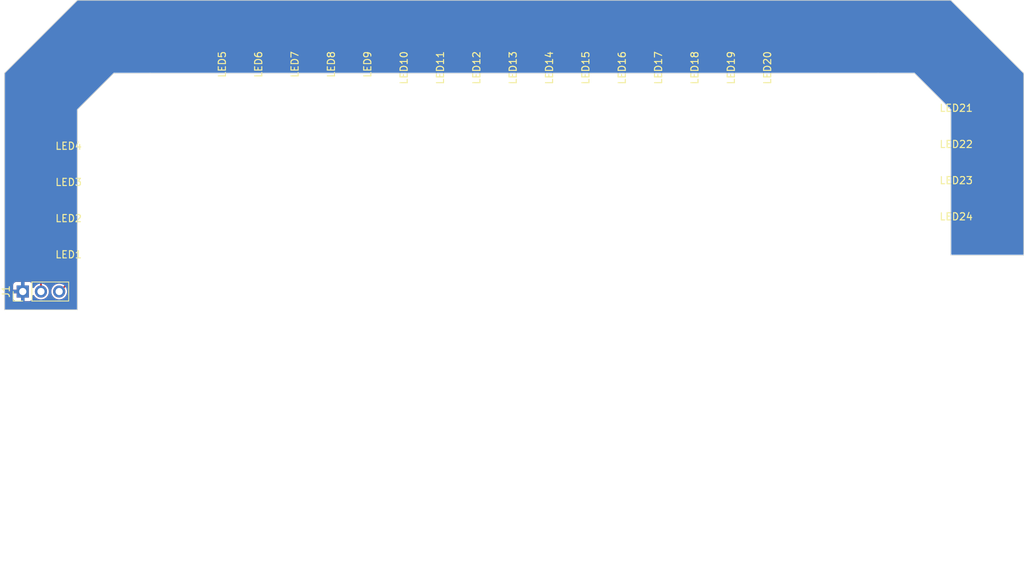
<source format=kicad_pcb>
(kicad_pcb (version 20221018) (generator pcbnew)
  (layers (0 "F.Cu" signal) (31 "B.Cu" signal) (34 "B.Paste" user) (35 "F.Paste" user) (36 "B.SilkS" user "B.Silkscreen") (37 "F.SilkS" user "F.Silkscreen") (38 "B.Mask" user) (39 "F.Mask" user) (44 "Edge.Cuts" user))
  (net 0 "")
  (net 1 "Net-(LED1-DOUT)")
  (net 2 "Net-(LED18-DOUT)")
  (net 3 "Net-(LED10-DOUT)")
  (net 4 "Net-(LED11-DOUT)")
  (net 5 "Net-(LED12-DOUT)")
  (net 6 "Net-(LED13-DOUT)")
  (net 7 "Net-(LED14-DOUT)")
  (net 8 "Net-(LED15-DOUT)")
  (net 9 "Net-(LED16-DOUT)")
  (net 10 "Net-(LED17-DOUT)")
  (net 11 "Net-(LED19-DOUT)")
  (net 12 "Net-(LED20-DOUT)")
  (net 13 "Net-(LED2-DOUT)")
  (net 14 "Net-(LED3-DOUT)")
  (net 15 "Net-(LED4-DOUT)")
  (net 16 "Net-(LED5-DOUT)")
  (net 17 "Net-(LED6-DOUT)")
  (net 18 "Net-(LED7-DOUT)")
  (net 19 "Net-(LED8-DOUT)")
  (net 20 "Net-(LED10-DIN)")
  (net 21 "Net-(LED21-DOUT)")
  (net 22 "Net-(LED22-DOUT)")
  (net 23 "Net-(LED23-DOUT)")
  (net 25 "Net-(J1-Pin_1)")
  (net 26 "Net-(J1-Pin_2)")
  (net 27 "Net-(J1-Pin_3)")
  (footprint "lib:LED_SK6812MINI-R" (layer "F.Cu") (at 94.065425 91.44 90)
    (fp_text reference "LED6" (at -1.928358 -2.741586 90) (layer "F.SilkS") (effects (justify right)))
    (fp_text value "MX_SK6812MINI-E" hide)
    (pad "1" smd roundrect (at -2.725 0.66004) (size 0.82 1.35) (layers "F.Cu" "F.Paste" "F.Mask") (roundrect_rratio 0.1) (net 27 "Net-(J1-Pin_3)"))
    (pad "2" smd roundrect (at -2.725 -0.83996) (size 0.82 1.35) (layers "F.Cu" "F.Paste" "F.Mask") (roundrect_rratio 0.1) (net 17 "Net-(LED6-DOUT)"))
    (pad "3" smd roundrect (at 2.725 0.66004) (size 0.82 1.35) (layers "F.Cu" "F.Paste" "F.Mask") (roundrect_rratio 0.1) (net 16 "Net-(LED5-DOUT)"))
    (pad "4" smd roundrect (at 2.725 -0.83996) (size 0.82 1.35) (layers "F.Cu" "F.Paste" "F.Mask") (roundrect_rratio 0.1) (chamfer_ratio 0.5) (chamfer top_left) (net 25 "Net-(J1-Pin_1)"))
  )
  (footprint "lib:LED_SK6812MINI-R" (layer "F.Cu") (at 193.04 104.14)
    (fp_text reference "LED21" (at -1.928358 -2.741586) (layer "F.SilkS") (effects (justify right)))
    (fp_text value "MX_SK6812MINI-E" hide)
    (pad "1" smd roundrect (at -2.725 0.66004 270) (size 0.82 1.35) (layers "F.Cu" "F.Paste" "F.Mask") (roundrect_rratio 0.1) (net 27 "Net-(J1-Pin_3)"))
    (pad "2" smd roundrect (at -2.725 -0.83996 270) (size 0.82 1.35) (layers "F.Cu" "F.Paste" "F.Mask") (roundrect_rratio 0.1) (net 21 "Net-(LED21-DOUT)"))
    (pad "3" smd roundrect (at 2.725 0.66004 270) (size 0.82 1.35) (layers "F.Cu" "F.Paste" "F.Mask") (roundrect_rratio 0.1) (net 12 "Net-(LED20-DOUT)"))
    (pad "4" smd roundrect (at 2.725 -0.83996 270) (size 0.82 1.35) (layers "F.Cu" "F.Paste" "F.Mask") (roundrect_rratio 0.1) (chamfer_ratio 0.5) (chamfer top_left) (net 25 "Net-(J1-Pin_1)"))
  )
  (footprint "lib:LED_SK6812MINI-R" (layer "F.Cu") (at 60.959714 103.954969 180)
    (fp_text reference "LED4" (at -1.928358 -2.741586) (layer "F.SilkS") (effects (justify left)))
    (fp_text value "MX_SK6812MINI-E" hide)
    (pad "1" smd roundrect (at -2.725 0.66004 90) (size 0.82 1.35) (layers "F.Cu" "F.Paste" "F.Mask") (roundrect_rratio 0.1) (net 27 "Net-(J1-Pin_3)"))
    (pad "2" smd roundrect (at -2.725 -0.83996 90) (size 0.82 1.35) (layers "F.Cu" "F.Paste" "F.Mask") (roundrect_rratio 0.1) (net 15 "Net-(LED4-DOUT)"))
    (pad "3" smd roundrect (at 2.725 0.66004 90) (size 0.82 1.35) (layers "F.Cu" "F.Paste" "F.Mask") (roundrect_rratio 0.1) (net 14 "Net-(LED3-DOUT)"))
    (pad "4" smd roundrect (at 2.725 -0.83996 90) (size 0.82 1.35) (layers "F.Cu" "F.Paste" "F.Mask") (roundrect_rratio 0.1) (chamfer_ratio 0.5) (chamfer top_left) (net 25 "Net-(J1-Pin_1)"))
  )
  (footprint "lib:LED_SK6812MINI-R" (layer "F.Cu") (at 193.04 119.29)
    (fp_text reference "LED24" (at -1.928358 -2.741586) (layer "F.SilkS") (effects (justify right)))
    (fp_text value "MX_SK6812MINI-E" hide)
    (pad "1" smd roundrect (at -2.725 0.66004 270) (size 0.82 1.35) (layers "F.Cu" "F.Paste" "F.Mask") (roundrect_rratio 0.1) (net 27 "Net-(J1-Pin_3)"))
    (pad "2" smd roundrect (at -2.725 -0.83996 270) (size 0.82 1.35) (layers "F.Cu" "F.Paste" "F.Mask") (roundrect_rratio 0.1))
    (pad "3" smd roundrect (at 2.725 0.66004 270) (size 0.82 1.35) (layers "F.Cu" "F.Paste" "F.Mask") (roundrect_rratio 0.1) (net 23 "Net-(LED23-DOUT)"))
    (pad "4" smd roundrect (at 2.725 -0.83996 270) (size 0.82 1.35) (layers "F.Cu" "F.Paste" "F.Mask") (roundrect_rratio 0.1) (chamfer_ratio 0.5) (chamfer top_left) (net 25 "Net-(J1-Pin_1)"))
  )
  (footprint "lib:LED_SK6812MINI-R" (layer "F.Cu") (at 99.139323 91.44 90)
    (fp_text reference "LED7" (at -1.928358 -2.741586 90) (layer "F.SilkS") (effects (justify right)))
    (fp_text value "MX_SK6812MINI-E" hide)
    (pad "1" smd roundrect (at -2.725 0.66004) (size 0.82 1.35) (layers "F.Cu" "F.Paste" "F.Mask") (roundrect_rratio 0.1) (net 27 "Net-(J1-Pin_3)"))
    (pad "2" smd roundrect (at -2.725 -0.83996) (size 0.82 1.35) (layers "F.Cu" "F.Paste" "F.Mask") (roundrect_rratio 0.1) (net 18 "Net-(LED7-DOUT)"))
    (pad "3" smd roundrect (at 2.725 0.66004) (size 0.82 1.35) (layers "F.Cu" "F.Paste" "F.Mask") (roundrect_rratio 0.1) (net 17 "Net-(LED6-DOUT)"))
    (pad "4" smd roundrect (at 2.725 -0.83996) (size 0.82 1.35) (layers "F.Cu" "F.Paste" "F.Mask") (roundrect_rratio 0.1) (chamfer_ratio 0.5) (chamfer top_left) (net 25 "Net-(J1-Pin_1)"))
  )
  (footprint "lib:LED_SK6812MINI-R" (layer "F.Cu") (at 60.959714 114.054969 180)
    (fp_text reference "LED2" (at -1.928358 -2.741586) (layer "F.SilkS") (effects (justify left)))
    (fp_text value "MX_SK6812MINI-E" hide)
    (pad "1" smd roundrect (at -2.725 0.66004 90) (size 0.82 1.35) (layers "F.Cu" "F.Paste" "F.Mask") (roundrect_rratio 0.1) (net 27 "Net-(J1-Pin_3)"))
    (pad "2" smd roundrect (at -2.725 -0.83996 90) (size 0.82 1.35) (layers "F.Cu" "F.Paste" "F.Mask") (roundrect_rratio 0.1) (net 13 "Net-(LED2-DOUT)"))
    (pad "3" smd roundrect (at 2.725 0.66004 90) (size 0.82 1.35) (layers "F.Cu" "F.Paste" "F.Mask") (roundrect_rratio 0.1) (net 1 "Net-(LED1-DOUT)"))
    (pad "4" smd roundrect (at 2.725 -0.83996 90) (size 0.82 1.35) (layers "F.Cu" "F.Paste" "F.Mask") (roundrect_rratio 0.1) (chamfer_ratio 0.5) (chamfer top_left) (net 25 "Net-(J1-Pin_1)"))
  )
  (footprint "lib:LED_SK6812MINI-R" (layer "F.Cu") (at 160.026099 91.44 90)
    (fp_text reference "LED19" (at -1.928358 -2.741586 90) (layer "F.SilkS") (effects (justify right)))
    (fp_text value "MX_SK6812MINI-E" hide)
    (pad "1" smd roundrect (at -2.725 0.66004) (size 0.82 1.35) (layers "F.Cu" "F.Paste" "F.Mask") (roundrect_rratio 0.1) (net 27 "Net-(J1-Pin_3)"))
    (pad "2" smd roundrect (at -2.725 -0.83996) (size 0.82 1.35) (layers "F.Cu" "F.Paste" "F.Mask") (roundrect_rratio 0.1) (net 11 "Net-(LED19-DOUT)"))
    (pad "3" smd roundrect (at 2.725 0.66004) (size 0.82 1.35) (layers "F.Cu" "F.Paste" "F.Mask") (roundrect_rratio 0.1) (net 2 "Net-(LED18-DOUT)"))
    (pad "4" smd roundrect (at 2.725 -0.83996) (size 0.82 1.35) (layers "F.Cu" "F.Paste" "F.Mask") (roundrect_rratio 0.1) (chamfer_ratio 0.5) (chamfer top_left) (net 25 "Net-(J1-Pin_1)"))
  )
  (footprint "lib:LED_SK6812MINI-R" (layer "F.Cu") (at 154.952201 91.44 90)
    (fp_text reference "LED18" (at -1.928358 -2.741586 90) (layer "F.SilkS") (effects (justify right)))
    (fp_text value "MX_SK6812MINI-E" hide)
    (pad "1" smd roundrect (at -2.725 0.66004) (size 0.82 1.35) (layers "F.Cu" "F.Paste" "F.Mask") (roundrect_rratio 0.1) (net 27 "Net-(J1-Pin_3)"))
    (pad "2" smd roundrect (at -2.725 -0.83996) (size 0.82 1.35) (layers "F.Cu" "F.Paste" "F.Mask") (roundrect_rratio 0.1) (net 2 "Net-(LED18-DOUT)"))
    (pad "3" smd roundrect (at 2.725 0.66004) (size 0.82 1.35) (layers "F.Cu" "F.Paste" "F.Mask") (roundrect_rratio 0.1) (net 10 "Net-(LED17-DOUT)"))
    (pad "4" smd roundrect (at 2.725 -0.83996) (size 0.82 1.35) (layers "F.Cu" "F.Paste" "F.Mask") (roundrect_rratio 0.1) (chamfer_ratio 0.5) (chamfer top_left) (net 25 "Net-(J1-Pin_1)"))
  )
  (footprint "lib:LED_SK6812MINI-R" (layer "F.Cu") (at 139.730507 91.44 90)
    (fp_text reference "LED15" (at -1.928358 -2.741586 90) (layer "F.SilkS") (effects (justify right)))
    (fp_text value "MX_SK6812MINI-E" hide)
    (pad "1" smd roundrect (at -2.725 0.66004) (size 0.82 1.35) (layers "F.Cu" "F.Paste" "F.Mask") (roundrect_rratio 0.1) (net 27 "Net-(J1-Pin_3)"))
    (pad "2" smd roundrect (at -2.725 -0.83996) (size 0.82 1.35) (layers "F.Cu" "F.Paste" "F.Mask") (roundrect_rratio 0.1) (net 8 "Net-(LED15-DOUT)"))
    (pad "3" smd roundrect (at 2.725 0.66004) (size 0.82 1.35) (layers "F.Cu" "F.Paste" "F.Mask") (roundrect_rratio 0.1) (net 7 "Net-(LED14-DOUT)"))
    (pad "4" smd roundrect (at 2.725 -0.83996) (size 0.82 1.35) (layers "F.Cu" "F.Paste" "F.Mask") (roundrect_rratio 0.1) (chamfer_ratio 0.5) (chamfer top_left) (net 25 "Net-(J1-Pin_1)"))
  )
  (footprint "lib:LED_SK6812MINI-R" (layer "F.Cu") (at 149.878303 91.44 90)
    (fp_text reference "LED17" (at -1.928358 -2.741586 90) (layer "F.SilkS") (effects (justify right)))
    (fp_text value "MX_SK6812MINI-E" hide)
    (pad "1" smd roundrect (at -2.725 0.66004) (size 0.82 1.35) (layers "F.Cu" "F.Paste" "F.Mask") (roundrect_rratio 0.1) (net 27 "Net-(J1-Pin_3)"))
    (pad "2" smd roundrect (at -2.725 -0.83996) (size 0.82 1.35) (layers "F.Cu" "F.Paste" "F.Mask") (roundrect_rratio 0.1) (net 10 "Net-(LED17-DOUT)"))
    (pad "3" smd roundrect (at 2.725 0.66004) (size 0.82 1.35) (layers "F.Cu" "F.Paste" "F.Mask") (roundrect_rratio 0.1) (net 9 "Net-(LED16-DOUT)"))
    (pad "4" smd roundrect (at 2.725 -0.83996) (size 0.82 1.35) (layers "F.Cu" "F.Paste" "F.Mask") (roundrect_rratio 0.1) (chamfer_ratio 0.5) (chamfer top_left) (net 25 "Net-(J1-Pin_1)"))
  )
  (footprint "lib:LED_SK6812MINI-R" (layer "F.Cu") (at 109.287119 91.44 90)
    (fp_text reference "LED9" (at -1.928358 -2.741586 90) (layer "F.SilkS") (effects (justify right)))
    (fp_text value "MX_SK6812MINI-E" hide)
    (pad "1" smd roundrect (at -2.725 0.66004) (size 0.82 1.35) (layers "F.Cu" "F.Paste" "F.Mask") (roundrect_rratio 0.1) (net 27 "Net-(J1-Pin_3)"))
    (pad "2" smd roundrect (at -2.725 -0.83996) (size 0.82 1.35) (layers "F.Cu" "F.Paste" "F.Mask") (roundrect_rratio 0.1) (net 20 "Net-(LED10-DIN)"))
    (pad "3" smd roundrect (at 2.725 0.66004) (size 0.82 1.35) (layers "F.Cu" "F.Paste" "F.Mask") (roundrect_rratio 0.1) (net 19 "Net-(LED8-DOUT)"))
    (pad "4" smd roundrect (at 2.725 -0.83996) (size 0.82 1.35) (layers "F.Cu" "F.Paste" "F.Mask") (roundrect_rratio 0.1) (chamfer_ratio 0.5) (chamfer top_left) (net 25 "Net-(J1-Pin_1)"))
  )
  (footprint "lib:LED_SK6812MINI-R" (layer "F.Cu") (at 144.804405 91.44 90)
    (fp_text reference "LED16" (at -1.928358 -2.741586 90) (layer "F.SilkS") (effects (justify right)))
    (fp_text value "MX_SK6812MINI-E" hide)
    (pad "1" smd roundrect (at -2.725 0.66004) (size 0.82 1.35) (layers "F.Cu" "F.Paste" "F.Mask") (roundrect_rratio 0.1) (net 27 "Net-(J1-Pin_3)"))
    (pad "2" smd roundrect (at -2.725 -0.83996) (size 0.82 1.35) (layers "F.Cu" "F.Paste" "F.Mask") (roundrect_rratio 0.1) (net 9 "Net-(LED16-DOUT)"))
    (pad "3" smd roundrect (at 2.725 0.66004) (size 0.82 1.35) (layers "F.Cu" "F.Paste" "F.Mask") (roundrect_rratio 0.1) (net 8 "Net-(LED15-DOUT)"))
    (pad "4" smd roundrect (at 2.725 -0.83996) (size 0.82 1.35) (layers "F.Cu" "F.Paste" "F.Mask") (roundrect_rratio 0.1) (chamfer_ratio 0.5) (chamfer top_left) (net 25 "Net-(J1-Pin_1)"))
  )
  (footprint "lib:LED_SK6812MINI-R" (layer "F.Cu") (at 124.508813 91.44 90)
    (fp_text reference "LED12" (at -1.928358 -2.741586 90) (layer "F.SilkS") (effects (justify right)))
    (fp_text value "MX_SK6812MINI-E" hide)
    (pad "1" smd roundrect (at -2.725 0.66004) (size 0.82 1.35) (layers "F.Cu" "F.Paste" "F.Mask") (roundrect_rratio 0.1) (net 27 "Net-(J1-Pin_3)"))
    (pad "2" smd roundrect (at -2.725 -0.83996) (size 0.82 1.35) (layers "F.Cu" "F.Paste" "F.Mask") (roundrect_rratio 0.1) (net 5 "Net-(LED12-DOUT)"))
    (pad "3" smd roundrect (at 2.725 0.66004) (size 0.82 1.35) (layers "F.Cu" "F.Paste" "F.Mask") (roundrect_rratio 0.1) (net 4 "Net-(LED11-DOUT)"))
    (pad "4" smd roundrect (at 2.725 -0.83996) (size 0.82 1.35) (layers "F.Cu" "F.Paste" "F.Mask") (roundrect_rratio 0.1) (chamfer_ratio 0.5) (chamfer top_left) (net 25 "Net-(J1-Pin_1)"))
  )
  (footprint "lib:LED_SK6812MINI-R" (layer "F.Cu") (at 104.213221 91.44 90)
    (fp_text reference "LED8" (at -1.928358 -2.741586 90) (layer "F.SilkS") (effects (justify right)))
    (fp_text value "MX_SK6812MINI-E" hide)
    (pad "1" smd roundrect (at -2.725 0.66004) (size 0.82 1.35) (layers "F.Cu" "F.Paste" "F.Mask") (roundrect_rratio 0.1) (net 27 "Net-(J1-Pin_3)"))
    (pad "2" smd roundrect (at -2.725 -0.83996) (size 0.82 1.35) (layers "F.Cu" "F.Paste" "F.Mask") (roundrect_rratio 0.1) (net 19 "Net-(LED8-DOUT)"))
    (pad "3" smd roundrect (at 2.725 0.66004) (size 0.82 1.35) (layers "F.Cu" "F.Paste" "F.Mask") (roundrect_rratio 0.1) (net 18 "Net-(LED7-DOUT)"))
    (pad "4" smd roundrect (at 2.725 -0.83996) (size 0.82 1.35) (layers "F.Cu" "F.Paste" "F.Mask") (roundrect_rratio 0.1) (chamfer_ratio 0.5) (chamfer top_left) (net 25 "Net-(J1-Pin_1)"))
  )
  (footprint "lib:LED_SK6812MINI-R" (layer "F.Cu") (at 193.04 114.24)
    (fp_text reference "LED23" (at -1.928358 -2.741586) (layer "F.SilkS") (effects (justify right)))
    (fp_text value "MX_SK6812MINI-E" hide)
    (pad "1" smd roundrect (at -2.725 0.66004 270) (size 0.82 1.35) (layers "F.Cu" "F.Paste" "F.Mask") (roundrect_rratio 0.1) (net 27 "Net-(J1-Pin_3)"))
    (pad "2" smd roundrect (at -2.725 -0.83996 270) (size 0.82 1.35) (layers "F.Cu" "F.Paste" "F.Mask") (roundrect_rratio 0.1) (net 23 "Net-(LED23-DOUT)"))
    (pad "3" smd roundrect (at 2.725 0.66004 270) (size 0.82 1.35) (layers "F.Cu" "F.Paste" "F.Mask") (roundrect_rratio 0.1) (net 22 "Net-(LED22-DOUT)"))
    (pad "4" smd roundrect (at 2.725 -0.83996 270) (size 0.82 1.35) (layers "F.Cu" "F.Paste" "F.Mask") (roundrect_rratio 0.1) (chamfer_ratio 0.5) (chamfer top_left) (net 25 "Net-(J1-Pin_1)"))
  )
  (footprint "lib:LED_SK6812MINI-R" (layer "F.Cu") (at 129.582711 91.44 90)
    (fp_text reference "LED13" (at -1.928358 -2.741586 90) (layer "F.SilkS") (effects (justify right)))
    (fp_text value "MX_SK6812MINI-E" hide)
    (pad "1" smd roundrect (at -2.725 0.66004) (size 0.82 1.35) (layers "F.Cu" "F.Paste" "F.Mask") (roundrect_rratio 0.1) (net 27 "Net-(J1-Pin_3)"))
    (pad "2" smd roundrect (at -2.725 -0.83996) (size 0.82 1.35) (layers "F.Cu" "F.Paste" "F.Mask") (roundrect_rratio 0.1) (net 6 "Net-(LED13-DOUT)"))
    (pad "3" smd roundrect (at 2.725 0.66004) (size 0.82 1.35) (layers "F.Cu" "F.Paste" "F.Mask") (roundrect_rratio 0.1) (net 5 "Net-(LED12-DOUT)"))
    (pad "4" smd roundrect (at 2.725 -0.83996) (size 0.82 1.35) (layers "F.Cu" "F.Paste" "F.Mask") (roundrect_rratio 0.1) (chamfer_ratio 0.5) (chamfer top_left) (net 25 "Net-(J1-Pin_1)"))
  )
  (footprint "lib:LED_SK6812MINI-R" (layer "F.Cu") (at 165.1 91.44 90)
    (fp_text reference "LED20" (at -1.928358 -2.741586 90) (layer "F.SilkS") (effects (justify right)))
    (fp_text value "MX_SK6812MINI-E" hide)
    (pad "1" smd roundrect (at -2.725 0.66004) (size 0.82 1.35) (layers "F.Cu" "F.Paste" "F.Mask") (roundrect_rratio 0.1) (net 27 "Net-(J1-Pin_3)"))
    (pad "2" smd roundrect (at -2.725 -0.83996) (size 0.82 1.35) (layers "F.Cu" "F.Paste" "F.Mask") (roundrect_rratio 0.1) (net 12 "Net-(LED20-DOUT)"))
    (pad "3" smd roundrect (at 2.725 0.66004) (size 0.82 1.35) (layers "F.Cu" "F.Paste" "F.Mask") (roundrect_rratio 0.1) (net 11 "Net-(LED19-DOUT)"))
    (pad "4" smd roundrect (at 2.725 -0.83996) (size 0.82 1.35) (layers "F.Cu" "F.Paste" "F.Mask") (roundrect_rratio 0.1) (chamfer_ratio 0.5) (chamfer top_left) (net 25 "Net-(J1-Pin_1)"))
  )
  (footprint "lib:LED_SK6812MINI-R" (layer "F.Cu") (at 60.959714 119.104969 180)
    (fp_text reference "LED1" (at -1.928358 -2.741586) (layer "F.SilkS") (effects (justify left)))
    (fp_text value "MX_SK6812MINI-E" hide)
    (pad "1" smd roundrect (at -2.725 0.66004 90) (size 0.82 1.35) (layers "F.Cu" "F.Paste" "F.Mask") (roundrect_rratio 0.1) (net 27 "Net-(J1-Pin_3)"))
    (pad "2" smd roundrect (at -2.725 -0.83996 90) (size 0.82 1.35) (layers "F.Cu" "F.Paste" "F.Mask") (roundrect_rratio 0.1) (net 1 "Net-(LED1-DOUT)"))
    (pad "3" smd roundrect (at 2.725 0.66004 90) (size 0.82 1.35) (layers "F.Cu" "F.Paste" "F.Mask") (roundrect_rratio 0.1) (net 26 "Net-(J1-Pin_2)"))
    (pad "4" smd roundrect (at 2.725 -0.83996 90) (size 0.82 1.35) (layers "F.Cu" "F.Paste" "F.Mask") (roundrect_rratio 0.1) (chamfer_ratio 0.5) (chamfer top_left) (net 25 "Net-(J1-Pin_1)"))
  )
  (footprint "lib:LED_SK6812MINI-R" (layer "F.Cu") (at 193.04 109.19)
    (fp_text reference "LED22" (at -1.928358 -2.741586) (layer "F.SilkS") (effects (justify right)))
    (fp_text value "MX_SK6812MINI-E" hide)
    (pad "1" smd roundrect (at -2.725 0.66004 270) (size 0.82 1.35) (layers "F.Cu" "F.Paste" "F.Mask") (roundrect_rratio 0.1) (net 27 "Net-(J1-Pin_3)"))
    (pad "2" smd roundrect (at -2.725 -0.83996 270) (size 0.82 1.35) (layers "F.Cu" "F.Paste" "F.Mask") (roundrect_rratio 0.1) (net 22 "Net-(LED22-DOUT)"))
    (pad "3" smd roundrect (at 2.725 0.66004 270) (size 0.82 1.35) (layers "F.Cu" "F.Paste" "F.Mask") (roundrect_rratio 0.1) (net 21 "Net-(LED21-DOUT)"))
    (pad "4" smd roundrect (at 2.725 -0.83996 270) (size 0.82 1.35) (layers "F.Cu" "F.Paste" "F.Mask") (roundrect_rratio 0.1) (chamfer_ratio 0.5) (chamfer top_left) (net 25 "Net-(J1-Pin_1)"))
  )
  (footprint "lib:LED_SK6812MINI-R" (layer "F.Cu") (at 88.991527 91.44 90)
    (fp_text reference "LED5" (at -1.928358 -2.741586 90) (layer "F.SilkS") (effects (justify right)))
    (fp_text value "MX_SK6812MINI-E" hide)
    (pad "1" smd roundrect (at -2.725 0.66004) (size 0.82 1.35) (layers "F.Cu" "F.Paste" "F.Mask") (roundrect_rratio 0.1) (net 27 "Net-(J1-Pin_3)"))
    (pad "2" smd roundrect (at -2.725 -0.83996) (size 0.82 1.35) (layers "F.Cu" "F.Paste" "F.Mask") (roundrect_rratio 0.1) (net 16 "Net-(LED5-DOUT)"))
    (pad "3" smd roundrect (at 2.725 0.66004) (size 0.82 1.35) (layers "F.Cu" "F.Paste" "F.Mask") (roundrect_rratio 0.1) (net 15 "Net-(LED4-DOUT)"))
    (pad "4" smd roundrect (at 2.725 -0.83996) (size 0.82 1.35) (layers "F.Cu" "F.Paste" "F.Mask") (roundrect_rratio 0.1) (chamfer_ratio 0.5) (chamfer top_left) (net 25 "Net-(J1-Pin_1)"))
  )
  (footprint "Connector_PinHeader_2.54mm:PinHeader_1x03_P2.54mm_Vertical" (layer "F.Cu") (at 58.42 127 90)
    (fp_text reference "J1" (at 0 -2.33 90) (layer "F.SilkS"))
    (fp_text value "Conn_01x03_Socket")
    (fp_line (start -1.33 -1.33) (end 0 -1.33) (stroke (width 0.12)) (layer "F.SilkS"))
    (fp_line (start -1.33 0) (end -1.33 -1.33) (stroke (width 0.12)) (layer "F.SilkS"))
    (fp_line (start -1.33 1.27) (end -1.33 6.41) (stroke (width 0.12)) (layer "F.SilkS"))
    (fp_line (start -1.33 1.27) (end 1.33 1.27) (stroke (width 0.12)) (layer "F.SilkS"))
    (fp_line (start -1.33 6.41) (end 1.33 6.41) (stroke (width 0.12)) (layer "F.SilkS"))
    (fp_line (start 1.33 1.27) (end 1.33 6.41) (stroke (width 0.12)) (layer "F.SilkS"))
    (pad "1" thru_hole rect (at 0 0 90) (size 1.7 1.7) (drill 1) (layers "*.Cu" "*.Mask") (net 25 "Net-(J1-Pin_1)"))
    (pad "2" thru_hole oval (at 0 2.54 90) (size 1.7 1.7) (drill 1) (layers "*.Cu" "*.Mask") (net 26 "Net-(J1-Pin_2)"))
    (pad "3" thru_hole oval (at 0 5.08 90) (size 1.7 1.7) (drill 1) (layers "*.Cu" "*.Mask") (net 27 "Net-(J1-Pin_3)"))
  )
  (footprint "lib:LED_SK6812MINI-R" (layer "F.Cu") (at 60.959714 109.004969 180)
    (fp_text reference "LED3" (at -1.928358 -2.741586) (layer "F.SilkS") (effects (justify left)))
    (fp_text value "MX_SK6812MINI-E" hide)
    (pad "1" smd roundrect (at -2.725 0.66004 90) (size 0.82 1.35) (layers "F.Cu" "F.Paste" "F.Mask") (roundrect_rratio 0.1) (net 27 "Net-(J1-Pin_3)"))
    (pad "2" smd roundrect (at -2.725 -0.83996 90) (size 0.82 1.35) (layers "F.Cu" "F.Paste" "F.Mask") (roundrect_rratio 0.1) (net 14 "Net-(LED3-DOUT)"))
    (pad "3" smd roundrect (at 2.725 0.66004 90) (size 0.82 1.35) (layers "F.Cu" "F.Paste" "F.Mask") (roundrect_rratio 0.1) (net 13 "Net-(LED2-DOUT)"))
    (pad "4" smd roundrect (at 2.725 -0.83996 90) (size 0.82 1.35) (layers "F.Cu" "F.Paste" "F.Mask") (roundrect_rratio 0.1) (chamfer_ratio 0.5) (chamfer top_left) (net 25 "Net-(J1-Pin_1)"))
  )
  (footprint "lib:LED_SK6812MINI-R" (layer "F.Cu") (at 134.656609 91.44 90)
    (fp_text reference "LED14" (at -1.928358 -2.741586 90) (layer "F.SilkS") (effects (justify right)))
    (fp_text value "MX_SK6812MINI-E" hide)
    (pad "1" smd roundrect (at -2.725 0.66004) (size 0.82 1.35) (layers "F.Cu" "F.Paste" "F.Mask") (roundrect_rratio 0.1) (net 27 "Net-(J1-Pin_3)"))
    (pad "2" smd roundrect (at -2.725 -0.83996) (size 0.82 1.35) (layers "F.Cu" "F.Paste" "F.Mask") (roundrect_rratio 0.1) (net 7 "Net-(LED14-DOUT)"))
    (pad "3" smd roundrect (at 2.725 0.66004) (size 0.82 1.35) (layers "F.Cu" "F.Paste" "F.Mask") (roundrect_rratio 0.1) (net 6 "Net-(LED13-DOUT)"))
    (pad "4" smd roundrect (at 2.725 -0.83996) (size 0.82 1.35) (layers "F.Cu" "F.Paste" "F.Mask") (roundrect_rratio 0.1) (chamfer_ratio 0.5) (chamfer top_left) (net 25 "Net-(J1-Pin_1)"))
  )
  (footprint "lib:LED_SK6812MINI-R" (layer "F.Cu") (at 119.434915 91.44 90)
    (fp_text reference "LED11" (at -1.928358 -2.741586 90) (layer "F.SilkS") (effects (justify right)))
    (fp_text value "MX_SK6812MINI-E" hide)
    (pad "1" smd roundrect (at -2.725 0.66004) (size 0.82 1.35) (layers "F.Cu" "F.Paste" "F.Mask") (roundrect_rratio 0.1) (net 27 "Net-(J1-Pin_3)"))
    (pad "2" smd roundrect (at -2.725 -0.83996) (size 0.82 1.35) (layers "F.Cu" "F.Paste" "F.Mask") (roundrect_rratio 0.1) (net 4 "Net-(LED11-DOUT)"))
    (pad "3" smd roundrect (at 2.725 0.66004) (size 0.82 1.35) (layers "F.Cu" "F.Paste" "F.Mask") (roundrect_rratio 0.1) (net 3 "Net-(LED10-DOUT)"))
    (pad "4" smd roundrect (at 2.725 -0.83996) (size 0.82 1.35) (layers "F.Cu" "F.Paste" "F.Mask") (roundrect_rratio 0.1) (chamfer_ratio 0.5) (chamfer top_left) (net 25 "Net-(J1-Pin_1)"))
  )
  (footprint "lib:LED_SK6812MINI-R" (layer "F.Cu") (at 114.361017 91.44 90)
    (fp_text reference "LED10" (at -1.928358 -2.741586 90) (layer "F.SilkS") (effects (justify right)))
    (fp_text value "MX_SK6812MINI-E" hide)
    (pad "1" smd roundrect (at -2.725 0.66004) (size 0.82 1.35) (layers "F.Cu" "F.Paste" "F.Mask") (roundrect_rratio 0.1) (net 27 "Net-(J1-Pin_3)"))
    (pad "2" smd roundrect (at -2.725 -0.83996) (size 0.82 1.35) (layers "F.Cu" "F.Paste" "F.Mask") (roundrect_rratio 0.1) (net 3 "Net-(LED10-DOUT)"))
    (pad "3" smd roundrect (at 2.725 0.66004) (size 0.82 1.35) (layers "F.Cu" "F.Paste" "F.Mask") (roundrect_rratio 0.1) (net 20 "Net-(LED10-DIN)"))
    (pad "4" smd roundrect (at 2.725 -0.83996) (size 0.82 1.35) (layers "F.Cu" "F.Paste" "F.Mask") (roundrect_rratio 0.1) (chamfer_ratio 0.5) (chamfer top_left) (net 25 "Net-(J1-Pin_1)"))
  )
  (gr_line (start 187.96 121.92) (end 198.12 121.92) (stroke (width 0.1)) (layer "Edge.Cuts"))
  (gr_line (start 177.8 96.52) (end 76.2 96.52) (stroke (width 0.1)) (layer "Edge.Cuts"))
  (gr_line (start 71.12 96.52) (end 66.04 101.6) (stroke (width 0.1)) (layer "Edge.Cuts"))
  (gr_line (start 177.8 96.52) (end 182.88 96.52) (stroke (width 0.1)) (layer "Edge.Cuts"))
  (gr_line (start 66.04 86.36) (end 55.88 96.52) (stroke (width 0.1)) (layer "Edge.Cuts"))
  (gr_line (start 187.96 101.6) (end 187.96 121.92) (stroke (width 0.1)) (layer "Edge.Cuts"))
  (gr_line (start 182.88 96.52) (end 187.96 101.6) (stroke (width 0.1)) (layer "Edge.Cuts"))
  (gr_line (start 76.2 96.52) (end 71.12 96.52) (stroke (width 0.1)) (layer "Edge.Cuts"))
  (gr_line (start 66.04 129.54) (end 66.04 101.6) (stroke (width 0.1)) (layer "Edge.Cuts"))
  (gr_line (start 198.12 121.92) (end 198.12 96.52) (stroke (width 0.1)) (layer "Edge.Cuts"))
  (gr_line (start 55.88 96.52) (end 55.88 129.54) (stroke (width 0.1)) (layer "Edge.Cuts"))
  (gr_line (start 66.04 129.54) (end 55.88 129.54) (stroke (width 0.1)) (layer "Edge.Cuts"))
  (gr_line (start 66.04 86.36) (end 187.96 86.36) (stroke (width 0.1)) (layer "Edge.Cuts"))
  (gr_line (start 198.12 96.52) (end 187.96 86.36) (stroke (width 0.1)) (layer "Edge.Cuts"))
  (segment (start 61.055259 115.092171) (end 59.358017 113.394929) (width 0.25) (layer "F.Cu") (net 1))
  (segment (start 62.354671 119.96497) (end 61.055259 118.665558) (width 0.25) (layer "F.Cu") (net 1))
  (segment (start 63.684714 119.944929) (end 63.664673 119.96497) (width 0.25) (layer "F.Cu") (net 1))
  (segment (start 61.055259 118.665558) (end 61.055259 115.092171) (width 0.25) (layer "F.Cu") (net 1))
  (segment (start 63.664673 119.96497) (end 62.354671 119.96497) (width 0.25) (layer "F.Cu") (net 1))
  (segment (start 59.358017 113.394929) (end 58.234714 113.394929) (width 0.25) (layer "F.Cu") (net 1))
  (segment (start 160.697707 88.805908) (end 160.697707 90.11591) (width 0.25) (layer "F.Cu") (net 2))
  (segment (start 155.824908 91.415322) (end 154.127666 93.112564) (width 0.25) (layer "F.Cu") (net 2))
  (segment (start 160.677666 88.785867) (end 160.697707 88.805908) (width 0.25) (layer "F.Cu") (net 2))
  (segment (start 154.127666 93.112564) (end 154.127666 94.235867) (width 0.25) (layer "F.Cu") (net 2))
  (segment (start 159.398295 91.415322) (end 155.824908 91.415322) (width 0.25) (layer "F.Cu") (net 2))
  (segment (start 160.697707 90.11591) (end 159.398295 91.415322) (width 0.25) (layer "F.Cu") (net 2))
  (segment (start 118.757306 91.448522) (end 115.183919 91.448522) (width 0.25) (layer "F.Cu") (net 3))
  (segment (start 120.056718 88.839108) (end 120.056718 90.14911) (width 0.25) (layer "F.Cu") (net 3))
  (segment (start 120.056718 90.14911) (end 118.757306 91.448522) (width 0.25) (layer "F.Cu") (net 3))
  (segment (start 120.036677 88.819067) (end 120.056718 88.839108) (width 0.25) (layer "F.Cu") (net 3))
  (segment (start 113.486677 93.145764) (end 113.486677 94.269067) (width 0.25) (layer "F.Cu") (net 3))
  (segment (start 115.183919 91.448522) (end 113.486677 93.145764) (width 0.25) (layer "F.Cu") (net 3))
  (segment (start 120.315116 91.365041) (end 118.617874 93.062283) (width 0.25) (layer "F.Cu") (net 4))
  (segment (start 118.617874 93.062283) (end 118.617874 94.185586) (width 0.25) (layer "F.Cu") (net 4))
  (segment (start 125.187915 88.755627) (end 125.187915 90.065629) (width 0.25) (layer "F.Cu") (net 4))
  (segment (start 125.167874 88.735586) (end 125.187915 88.755627) (width 0.25) (layer "F.Cu") (net 4))
  (segment (start 125.187915 90.065629) (end 123.888503 91.365041) (width 0.25) (layer "F.Cu") (net 4))
  (segment (start 123.888503 91.365041) (end 120.315116 91.365041) (width 0.25) (layer "F.Cu") (net 4))
  (segment (start 123.643544 93.138719) (end 123.643544 94.262022) (width 0.25) (layer "F.Cu") (net 5))
  (segment (start 130.213585 88.832063) (end 130.213585 90.142065) (width 0.25) (layer "F.Cu") (net 5))
  (segment (start 130.193544 88.812022) (end 130.213585 88.832063) (width 0.25) (layer "F.Cu") (net 5))
  (segment (start 128.914173 91.441477) (end 125.340786 91.441477) (width 0.25) (layer "F.Cu") (net 5))
  (segment (start 125.340786 91.441477) (end 123.643544 93.138719) (width 0.25) (layer "F.Cu") (net 5))
  (segment (start 130.213585 90.142065) (end 128.914173 91.441477) (width 0.25) (layer "F.Cu") (net 5))
  (segment (start 130.376012 91.422368) (end 128.67877 93.11961) (width 0.25) (layer "F.Cu") (net 6))
  (segment (start 128.67877 93.11961) (end 128.67877 94.242913) (width 0.25) (layer "F.Cu") (net 6))
  (segment (start 135.22877 88.792913) (end 135.248811 88.812954) (width 0.25) (layer "F.Cu") (net 6))
  (segment (start 133.949399 91.422368) (end 130.376012 91.422368) (width 0.25) (layer "F.Cu") (net 6))
  (segment (start 135.248811 88.812954) (end 135.248811 90.122956) (width 0.25) (layer "F.Cu") (net 6))
  (segment (start 135.248811 90.122956) (end 133.949399 91.422368) (width 0.25) (layer "F.Cu") (net 6))
  (segment (start 139.106881 91.338886) (end 135.533494 91.338886) (width 0.25) (layer "F.Cu") (net 7))
  (segment (start 140.406293 90.039474) (end 139.106881 91.338886) (width 0.25) (layer "F.Cu") (net 7))
  (segment (start 140.386252 88.709431) (end 140.406293 88.729472) (width 0.25) (layer "F.Cu") (net 7))
  (segment (start 140.406293 88.729472) (end 140.406293 90.039474) (width 0.25) (layer "F.Cu") (net 7))
  (segment (start 135.533494 91.338886) (end 133.836252 93.036128) (width 0.25) (layer "F.Cu") (net 7))
  (segment (start 133.836252 93.036128) (end 133.836252 94.159431) (width 0.25) (layer "F.Cu") (net 7))
  (segment (start 145.431963 88.805908) (end 145.431963 90.11591) (width 0.25) (layer "F.Cu") (net 8))
  (segment (start 138.861922 93.112564) (end 138.861922 94.235867) (width 0.25) (layer "F.Cu") (net 8))
  (segment (start 140.559164 91.415322) (end 138.861922 93.112564) (width 0.25) (layer "F.Cu") (net 8))
  (segment (start 145.411922 88.785867) (end 145.431963 88.805908) (width 0.25) (layer "F.Cu") (net 8))
  (segment (start 144.132551 91.415322) (end 140.559164 91.415322) (width 0.25) (layer "F.Cu") (net 8))
  (segment (start 145.431963 90.11591) (end 144.132551 91.415322) (width 0.25) (layer "F.Cu") (net 8))
  (segment (start 150.467189 88.786799) (end 150.467189 90.096801) (width 0.25) (layer "F.Cu") (net 9))
  (segment (start 145.59439 91.396213) (end 143.897148 93.093455) (width 0.25) (layer "F.Cu") (net 9))
  (segment (start 143.897148 93.093455) (end 143.897148 94.216758) (width 0.25) (layer "F.Cu") (net 9))
  (segment (start 150.467189 90.096801) (end 149.167777 91.396213) (width 0.25) (layer "F.Cu") (net 9))
  (segment (start 149.167777 91.396213) (end 145.59439 91.396213) (width 0.25) (layer "F.Cu") (net 9))
  (segment (start 155.672037 90.039474) (end 154.372625 91.338886) (width 0.25) (layer "F.Cu") (net 10))
  (segment (start 155.651996 88.709431) (end 155.672037 88.729472) (width 0.25) (layer "F.Cu") (net 10))
  (segment (start 154.372625 91.338886) (end 150.799238 91.338886) (width 0.25) (layer "F.Cu") (net 10))
  (segment (start 155.672037 88.729472) (end 155.672037 90.039474) (width 0.25) (layer "F.Cu") (net 10))
  (segment (start 150.799238 91.338886) (end 149.101996 93.036128) (width 0.25) (layer "F.Cu") (net 10))
  (segment (start 149.101996 93.036128) (end 149.101996 94.159431) (width 0.25) (layer "F.Cu") (net 10))
  (segment (start 165.732933 88.786799) (end 165.732933 90.096801) (width 0.25) (layer "F.Cu") (net 11))
  (segment (start 165.732933 90.096801) (end 164.433521 91.396213) (width 0.25) (layer "F.Cu") (net 11))
  (segment (start 165.712892 88.766758) (end 165.732933 88.786799) (width 0.25) (layer "F.Cu") (net 11))
  (segment (start 164.433521 91.396213) (end 160.860134 91.396213) (width 0.25) (layer "F.Cu") (net 11))
  (segment (start 160.860134 91.396213) (end 159.162892 93.093455) (width 0.25) (layer "F.Cu") (net 11))
  (segment (start 159.162892 93.093455) (end 159.162892 94.216758) (width 0.25) (layer "F.Cu") (net 11))
  (segment (start 188.937105 92.417105) (end 193.262659 96.742659) (width 0.25) (layer "F.Cu") (net 12))
  (segment (start 193.262659 103.472337) (end 194.590362 104.80004) (width 0.25) (layer "F.Cu") (net 12))
  (segment (start 193.262659 96.742659) (end 193.262659 103.472337) (width 0.25) (layer "F.Cu") (net 12))
  (segment (start 164.241508 93.165534) (end 164.989937 92.417105) (width 0.25) (layer "F.Cu") (net 12))
  (segment (start 164.26004 94.165) (end 164.241508 94.146468) (width 0.25) (layer "F.Cu") (net 12))
  (segment (start 164.989937 92.417105) (end 188.937105 92.417105) (width 0.25) (layer "F.Cu") (net 12))
  (segment (start 164.241508 94.146468) (end 164.241508 93.165534) (width 0.25) (layer "F.Cu") (net 12))
  (segment (start 194.590362 104.80004) (end 195.765 104.80004) (width 0.25) (layer "F.Cu") (net 12))
  (segment (start 63.645564 114.929744) (end 62.335562 114.929744) (width 0.25) (layer "F.Cu") (net 13))
  (segment (start 62.335562 114.929744) (end 61.03615 113.630332) (width 0.25) (layer "F.Cu") (net 13))
  (segment (start 63.665605 114.909703) (end 63.645564 114.929744) (width 0.25) (layer "F.Cu") (net 13))
  (segment (start 59.338908 108.359703) (end 58.215605 108.359703) (width 0.25) (layer "F.Cu") (net 13))
  (segment (start 61.03615 110.056945) (end 59.338908 108.359703) (width 0.25) (layer "F.Cu") (net 13))
  (segment (start 61.03615 113.630332) (end 61.03615 110.056945) (width 0.25) (layer "F.Cu") (net 13))
  (segment (start 63.722 109.904074) (end 62.411998 109.904074) (width 0.25) (layer "F.Cu") (net 14))
  (segment (start 62.411998 109.904074) (end 61.112586 108.604662) (width 0.25) (layer "F.Cu") (net 14))
  (segment (start 63.742041 109.884033) (end 63.722 109.904074) (width 0.25) (layer "F.Cu") (net 14))
  (segment (start 61.112586 108.604662) (end 61.112586 105.031275) (width 0.25) (layer "F.Cu") (net 14))
  (segment (start 59.415344 103.334033) (end 58.292041 103.334033) (width 0.25) (layer "F.Cu") (net 14))
  (segment (start 61.112586 105.031275) (end 59.415344 103.334033) (width 0.25) (layer "F.Cu") (net 14))
  (segment (start 87.241505 92.111985) (end 66.069286 92.111985) (width 0.25) (layer "F.Cu") (net 15))
  (segment (start 61.64523 96.536041) (end 61.64523 103.876255) (width 0.25) (layer "F.Cu") (net 15))
  (segment (start 89.651567 89.701923) (end 87.241505 92.111985) (width 0.25) (layer "F.Cu") (net 15))
  (segment (start 66.069286 92.111985) (end 61.64523 96.536041) (width 0.25) (layer "F.Cu") (net 15))
  (segment (start 61.64523 103.876255) (end 62.563904 104.794929) (width 0.25) (layer "F.Cu") (net 15))
  (segment (start 62.563904 104.794929) (end 63.684714 104.794929) (width 0.25) (layer "F.Cu") (net 15))
  (segment (start 89.651567 88.715) (end 89.651567 89.701923) (width 0.25) (layer "F.Cu") (net 15))
  (segment (start 88.177639 92.957664) (end 88.177639 94.080967) (width 0.25) (layer "F.Cu") (net 16))
  (segment (start 89.874881 91.260422) (end 88.177639 92.957664) (width 0.25) (layer "F.Cu") (net 16))
  (segment (start 93.448268 91.260422) (end 89.874881 91.260422) (width 0.25) (layer "F.Cu") (net 16))
  (segment (start 94.74768 89.96101) (end 93.448268 91.260422) (width 0.25) (layer "F.Cu") (net 16))
  (segment (start 94.74768 88.651008) (end 94.74768 89.96101) (width 0.25) (layer "F.Cu") (net 16))
  (segment (start 99.77335 90.037446) (end 98.473938 91.336858) (width 0.25) (layer "F.Cu") (net 17))
  (segment (start 99.77335 88.727444) (end 99.77335 90.037446) (width 0.25) (layer "F.Cu") (net 17))
  (segment (start 98.473938 91.336858) (end 94.900551 91.336858) (width 0.25) (layer "F.Cu") (net 17))
  (segment (start 93.203309 93.0341) (end 93.203309 94.157403) (width 0.25) (layer "F.Cu") (net 17))
  (segment (start 94.900551 91.336858) (end 93.203309 93.0341) (width 0.25) (layer "F.Cu") (net 17))
  (segment (start 98.238535 93.014991) (end 98.238535 94.138294) (width 0.25) (layer "F.Cu") (net 18))
  (segment (start 99.935777 91.317749) (end 98.238535 93.014991) (width 0.25) (layer "F.Cu") (net 18))
  (segment (start 104.808576 88.708335) (end 104.808576 90.018337) (width 0.25) (layer "F.Cu") (net 18))
  (segment (start 104.808576 90.018337) (end 103.509164 91.317749) (width 0.25) (layer "F.Cu") (net 18))
  (segment (start 103.509164 91.317749) (end 99.935777 91.317749) (width 0.25) (layer "F.Cu") (net 18))
  (segment (start 109.995822 90.091783) (end 108.69641 91.391195) (width 0.25) (layer "F.Cu") (net 19))
  (segment (start 109.995822 88.781781) (end 109.995822 90.091783) (width 0.25) (layer "F.Cu") (net 19))
  (segment (start 109.975781 88.76174) (end 109.995822 88.781781) (width 0.25) (layer "F.Cu") (net 19))
  (segment (start 108.69641 91.391195) (end 105.123023 91.391195) (width 0.25) (layer "F.Cu") (net 19))
  (segment (start 103.425781 93.088437) (end 103.425781 94.21174) (width 0.25) (layer "F.Cu") (net 19))
  (segment (start 105.123023 91.391195) (end 103.425781 93.088437) (width 0.25) (layer "F.Cu") (net 19))
  (segment (start 115.021492 90.168219) (end 113.72208 91.467631) (width 0.25) (layer "F.Cu") (net 20))
  (segment (start 113.72208 91.467631) (end 110.148693 91.467631) (width 0.25) (layer "F.Cu") (net 20))
  (segment (start 115.021492 88.858217) (end 115.021492 90.168219) (width 0.25) (layer "F.Cu") (net 20))
  (segment (start 110.148693 91.467631) (end 108.451451 93.164873) (width 0.25) (layer "F.Cu") (net 20))
  (segment (start 115.001451 88.838176) (end 115.021492 88.858217) (width 0.25) (layer "F.Cu") (net 20))
  (segment (start 108.451451 93.164873) (end 108.451451 94.288176) (width 0.25) (layer "F.Cu") (net 20))
  (segment (start 194.622997 109.85209) (end 195.7463 109.85209) (width 0.25) (layer "F.Cu") (net 21))
  (segment (start 191.626343 103.282049) (end 192.925755 104.581461) (width 0.25) (layer "F.Cu") (net 21))
  (segment (start 192.925755 108.154848) (end 194.622997 109.85209) (width 0.25) (layer "F.Cu") (net 21))
  (segment (start 192.925755 104.581461) (end 192.925755 108.154848) (width 0.25) (layer "F.Cu") (net 21))
  (segment (start 190.316341 103.282049) (end 191.626343 103.282049) (width 0.25) (layer "F.Cu") (net 21))
  (segment (start 192.944864 113.190074) (end 194.642106 114.887316) (width 0.25) (layer "F.Cu") (net 22))
  (segment (start 194.642106 114.887316) (end 195.765409 114.887316) (width 0.25) (layer "F.Cu") (net 22))
  (segment (start 192.944864 109.616687) (end 192.944864 113.190074) (width 0.25) (layer "F.Cu") (net 22))
  (segment (start 190.33545 108.317275) (end 191.645452 108.317275) (width 0.25) (layer "F.Cu") (net 22))
  (segment (start 190.315409 108.337316) (end 190.33545 108.317275) (width 0.25) (layer "F.Cu") (net 22))
  (segment (start 191.645452 108.317275) (end 192.944864 109.616687) (width 0.25) (layer "F.Cu") (net 22))
  (segment (start 190.259014 113.342945) (end 191.569016 113.342945) (width 0.25) (layer "F.Cu") (net 23))
  (segment (start 192.868428 114.642357) (end 192.868428 118.215744) (width 0.25) (layer "F.Cu") (net 23))
  (segment (start 192.868428 118.215744) (end 194.56567 119.912986) (width 0.25) (layer "F.Cu") (net 23))
  (segment (start 194.56567 119.912986) (end 195.688973 119.912986) (width 0.25) (layer "F.Cu") (net 23))
  (segment (start 191.569016 113.342945) (end 192.868428 114.642357) (width 0.25) (layer "F.Cu") (net 23))
  (segment (start 66.459008 87.014346) (end 56.527142 96.946212) (width 0.25) (layer "F.Cu") (net 25))
  (segment (start 93.225465 87.717371) (end 92.52244 87.014346) (width 0.25) (layer "F.Cu") (net 25))
  (segment (start 149.038343 88.715) (end 149.038343 87.771319) (width 0.25) (layer "F.Cu") (net 25))
  (segment (start 56.538994 114.13822) (end 56.538994 109.05822) (width 0.25) (layer "F.Cu") (net 25))
  (segment (start 197.508559 116.706481) (end 195.765 118.45004) (width 0.25) (layer "F.Cu") (net 25))
  (segment (start 57.355703 104.794929) (end 56.538994 103.97822) (width 0.25) (layer "F.Cu") (net 25))
  (segment (start 123.668853 88.715) (end 123.668853 87.653144) (width 0.25) (layer "F.Cu") (net 25))
  (segment (start 138.20114 87.014346) (end 143.275081 87.014346) (width 0.25) (layer "F.Cu") (net 25))
  (segment (start 133.816649 87.619231) (end 133.211764 87.014346) (width 0.25) (layer "F.Cu") (net 25))
  (segment (start 195.765 108.35004) (end 196.859564 108.35004) (width 0.25) (layer "F.Cu") (net 25))
  (segment (start 92.52244 87.014346) (end 97.545642 87.014346) (width 0.25) (layer "F.Cu") (net 25))
  (segment (start 197.508559 102.720843) (end 197.508559 107.701045) (width 0.25) (layer "F.Cu") (net 25))
  (segment (start 98.299363 88.715) (end 98.299363 87.768067) (width 0.25) (layer "F.Cu") (net 25))
  (segment (start 197.508559 102.720843) (end 197.508559 96.82955) (width 0.25) (layer "F.Cu") (net 25))
  (segment (start 196.859564 108.35004) (end 197.508559 107.701045) (width 0.25) (layer "F.Cu") (net 25))
  (segment (start 56.538994 100.565773) (end 56.538994 103.97822) (width 0.25) (layer "F.Cu") (net 25))
  (segment (start 133.816649 88.715) (end 133.816649 87.619231) (width 0.25) (layer "F.Cu") (net 25))
  (segment (start 159.186139 88.715) (end 159.186139 87.495497) (width 0.25) (layer "F.Cu") (net 25))
  (segment (start 143.964445 87.70371) (end 143.275081 87.014346) (width 0.25) (layer "F.Cu") (net 25))
  (segment (start 127.901039 87.014346) (end 133.211764 87.014346) (width 0.25) (layer "F.Cu") (net 25))
  (segment (start 103.373261 88.715) (end 103.373261 87.632718) (width 0.25) (layer "F.Cu") (net 25))
  (segment (start 58.42 127) (end 58.42 120.130215) (width 0.25) (layer "F.Cu") (net 25))
  (segment (start 113.521057 88.715) (end 113.521057 87.649544) (width 0.25) (layer "F.Cu") (net 25))
  (segment (start 123.668853 87.653144) (end 123.030055 87.014346) (width 0.25) (layer "F.Cu") (net 25))
  (segment (start 107.693525 87.014346) (end 112.885859 87.014346) (width 0.25) (layer "F.Cu") (net 25))
  (segment (start 154.112241 87.652883) (end 153.473704 87.014346) (width 0.25) (layer "F.Cu") (net 25))
  (segment (start 88.151567 87.599022) (end 87.566891 87.014346) (width 0.25) (layer "F.Cu") (net 25))
  (segment (start 133.211764 87.014346) (end 138.20114 87.014346) (width 0.25) (layer "F.Cu") (net 25))
  (segment (start 123.030055 87.014346) (end 127.901039 87.014346) (width 0.25) (layer "F.Cu") (net 25))
  (segment (start 118.091418 87.014346) (end 123.030055 87.014346) (width 0.25) (layer "F.Cu") (net 25))
  (segment (start 196.929362 103.30004) (end 197.508559 102.720843) (width 0.25) (layer "F.Cu") (net 25))
  (segment (start 164.26004 87.546196) (end 163.72819 87.014346) (width 0.25) (layer "F.Cu") (net 25))
  (segment (start 128.742751 87.856058) (end 127.901039 87.014346) (width 0.25) (layer "F.Cu") (net 25))
  (segment (start 98.299363 87.768067) (end 97.545642 87.014346) (width 0.25) (layer "F.Cu") (net 25))
  (segment (start 197.508559 96.82955) (end 187.693355 87.014346) (width 0.25) (layer "F.Cu") (net 25))
  (segment (start 56.538994 109.05822) (end 56.538994 103.97822) (width 0.25) (layer "F.Cu") (net 25))
  (segment (start 88.151567 88.715) (end 88.151567 87.599022) (width 0.25) (layer "F.Cu") (net 25))
  (segment (start 58.234714 119.944929) (end 56.795503 119.944929) (width 0.25) (layer "F.Cu") (net 25))
  (segment (start 103.373261 87.632718) (end 102.754889 87.014346) (width 0.25) (layer "F.Cu") (net 25))
  (segment (start 128.742751 88.715) (end 128.742751 87.856058) (width 0.25) (layer "F.Cu") (net 25))
  (segment (start 149.038343 87.771319) (end 148.28137 87.014346) (width 0.25) (layer "F.Cu") (net 25))
  (segment (start 143.964445 88.715) (end 143.964445 87.70371) (width 0.25) (layer "F.Cu") (net 25))
  (segment (start 159.186139 87.495497) (end 158.704988 87.014346) (width 0.25) (layer "F.Cu") (net 25))
  (segment (start 138.890547 88.715) (end 138.890547 87.703753) (width 0.25) (layer "F.Cu") (net 25))
  (segment (start 153.473704 87.014346) (end 158.704988 87.014346) (width 0.25) (layer "F.Cu") (net 25))
  (segment (start 56.538994 119.68842) (end 56.538994 114.13822) (width 0.25) (layer "F.Cu") (net 25))
  (segment (start 197.508559 107.701045) (end 197.508559 112.785436) (width 0.25) (layer "F.Cu") (net 25))
  (segment (start 87.566891 87.014346) (end 92.52244 87.014346) (width 0.25) (layer "F.Cu") (net 25))
  (segment (start 187.693355 87.014346) (end 163.72819 87.014346) (width 0.25) (layer "F.Cu") (net 25))
  (segment (start 58.234714 104.794929) (end 57.355703 104.794929) (width 0.25) (layer "F.Cu") (net 25))
  (segment (start 148.28137 87.014346) (end 153.473704 87.014346) (width 0.25) (layer "F.Cu") (net 25))
  (segment (start 108.447159 88.715) (end 108.447159 87.76798) (width 0.25) (layer "F.Cu") (net 25))
  (segment (start 195.765 103.30004) (end 196.929362 103.30004) (width 0.25) (layer "F.Cu") (net 25))
  (segment (start 196.893955 113.40004) (end 197.508559 112.785436) (width 0.25) (layer "F.Cu") (net 25))
  (segment (start 58.234714 109.844929) (end 57.325703 109.844929) (width 0.25) (layer "F.Cu") (net 25))
  (segment (start 56.795503 119.944929) (end 56.538994 119.68842) (width 0.25) (layer "F.Cu") (net 25))
  (segment (start 143.275081 87.014346) (end 148.28137 87.014346) (width 0.25) (layer "F.Cu") (net 25))
  (segment (start 195.765 113.40004) (end 196.893955 113.40004) (width 0.25) (layer "F.Cu") (net 25))
  (segment (start 113.521057 87.649544) (end 112.885859 87.014346) (width 0.25) (layer "F.Cu") (net 25))
  (segment (start 164.26004 88.715) (end 164.26004 87.546196) (width 0.25) (layer "F.Cu") (net 25))
  (segment (start 57.325703 109.844929) (end 56.538994 109.05822) (width 0.25) (layer "F.Cu") (net 25))
  (segment (start 93.225465 88.715) (end 93.225465 87.717371) (width 0.25) (layer "F.Cu") (net 25))
  (segment (start 102.754889 87.014346) (end 107.693525 87.014346) (width 0.25) (layer "F.Cu") (net 25))
  (segment (start 118.594955 88.715) (end 118.594955 87.517883) (width 0.25) (layer "F.Cu") (net 25))
  (segment (start 112.885859 87.014346) (end 118.091418 87.014346) (width 0.25) (layer "F.Cu") (net 25))
  (segment (start 154.112241 88.715) (end 154.112241 87.652883) (width 0.25) (layer "F.Cu") (net 25))
  (segment (start 158.704988 87.014346) (end 163.72819 87.014346) (width 0.25) (layer "F.Cu") (net 25))
  (segment (start 58.234714 114.894929) (end 57.295703 114.894929) (width 0.25) (layer "F.Cu") (net 25))
  (segment (start 197.508559 112.785436) (end 197.508559 116.706481) (width 0.25) (layer "F.Cu") (net 25))
  (segment (start 56.527142 100.553921) (end 56.538994 100.565773) (width 0.25) (layer "F.Cu") (net 25))
  (segment (start 97.545642 87.014346) (end 102.754889 87.014346) (width 0.25) (layer "F.Cu") (net 25))
  (segment (start 108.447159 87.76798) (end 107.693525 87.014346) (width 0.25) (layer "F.Cu") (net 25))
  (segment (start 138.890547 87.703753) (end 138.20114 87.014346) (width 0.25) (layer "F.Cu") (net 25))
  (segment (start 87.566891 87.014346) (end 66.459008 87.014346) (width 0.25) (layer "F.Cu") (net 25))
  (segment (start 56.527142 96.946212) (end 56.527142 100.553921) (width 0.25) (layer "F.Cu") (net 25))
  (segment (start 118.594955 87.517883) (end 118.091418 87.014346) (width 0.25) (layer "F.Cu") (net 25))
  (segment (start 58.42 120.130215) (end 58.234714 119.944929) (width 0.25) (layer "F.Cu") (net 25))
  (segment (start 57.295703 114.894929) (end 56.538994 114.13822) (width 0.25) (layer "F.Cu") (net 25))
  (segment (start 59.4926 118.444929) (end 58.234714 118.444929) (width 0.25) (layer "F.Cu") (net 26))
  (segment (start 60.96 127) (end 60.96 119.912329) (width 0.25) (layer "F.Cu") (net 26))
  (segment (start 60.96 119.912329) (end 59.4926 118.444929) (width 0.25) (layer "F.Cu") (net 26))
  (segment (start 160.700605 94.179466) (end 160.700605 95.778458) (width 0.25) (layer "F.Cu") (net 27))
  (segment (start 150.538343 94.165) (end 150.538343 95.766149) (width 0.25) (layer "F.Cu") (net 27))
  (segment (start 190.315 114.90004) (end 190.305212 114.909828) (width 0.25) (layer "F.Cu") (net 27))
  (segment (start 188.616307 97.176307) (end 188.616307 104.802898) (width 0.25) (layer "F.Cu") (net 27))
  (segment (start 65.378056 118.924969) (end 65.378056 114.13822) (width 0.25) (layer "F.Cu") (net 27))
  (segment (start 94.725465 95.774535) (end 94.721542 95.778458) (width 0.25) (layer "F.Cu") (net 27))
  (segment (start 99.799363 94.165) (end 99.807652 94.173289) (width 0.25) (layer "F.Cu") (net 27))
  (segment (start 65.378342 118.925255) (end 65.378056 118.924969) (width 0.25) (layer "F.Cu") (net 27))
  (segment (start 120.096441 94.166486) (end 120.096441 95.778458) (width 0.25) (layer "F.Cu") (net 27))
  (segment (start 93.98 95.778458) (end 99.807652 95.778458) (width 0.25) (layer "F.Cu") (net 27))
  (segment (start 160.700605 95.778458) (end 165.763075 95.778458) (width 0.25) (layer "F.Cu") (net 27))
  (segment (start 65.378342 125.192778) (end 65.378342 118.925255) (width 0.25) (layer "F.Cu") (net 27))
  (segment (start 88.9 95.778458) (end 73.356959 95.778458) (width 0.25) (layer "F.Cu") (net 27))
  (segment (start 115.030432 95.778458) (end 120.096441 95.778458) (width 0.25) (layer "F.Cu") (net 27))
  (segment (start 155.613319 95.778458) (end 160.700605 95.778458) (width 0.25) (layer "F.Cu") (net 27))
  (segment (start 188.616307 109.831831) (end 188.616307 114.909828) (width 0.25) (layer "F.Cu") (net 27))
  (segment (start 63.684714 113.394929) (end 65.296423 113.394929) (width 0.25) (layer "F.Cu") (net 27))
  (segment (start 140.442148 95.778458) (end 145.508157 95.778458) (width 0.25) (layer "F.Cu") (net 27))
  (segment (start 188.616307 104.802898) (end 188.616307 109.831831) (width 0.25) (layer "F.Cu") (net 27))
  (segment (start 65.378056 109.05822) (end 65.378056 103.97822) (width 0.25) (layer "F.Cu") (net 27))
  (segment (start 155.612241 94.165) (end 155.613319 94.166078) (width 0.25) (layer "F.Cu") (net 27))
  (segment (start 189.363528 119.95004) (end 190.315 119.95004) (width 0.25) (layer "F.Cu") (net 27))
  (segment (start 65.944569 95.767639) (end 63.684714 98.027494) (width 0.25) (layer "F.Cu") (net 27))
  (segment (start 190.305212 114.909828) (end 188.616307 114.909828) (width 0.25) (layer "F.Cu") (net 27))
  (segment (start 130.242751 94.165) (end 130.242751 95.7401) (width 0.25) (layer "F.Cu") (net 27))
  (segment (start 125.168853 95.748761) (end 125.19855 95.778458) (width 0.25) (layer "F.Cu") (net 27))
  (segment (start 165.76004 95.775423) (end 165.763075 95.778458) (width 0.25) (layer "F.Cu") (net 27))
  (segment (start 99.807652 94.173289) (end 99.807652 95.778458) (width 0.25) (layer "F.Cu") (net 27))
  (segment (start 140.390547 95.726857) (end 140.442148 95.778458) (width 0.25) (layer "F.Cu") (net 27))
  (segment (start 145.464445 95.734746) (end 145.508157 95.778458) (width 0.25) (layer "F.Cu") (net 27))
  (segment (start 89.641542 95.778458) (end 88.9 95.778458) (width 0.25) (layer "F.Cu") (net 27))
  (segment (start 73.34614 95.767639) (end 65.944569 95.767639) (width 0.25) (layer "F.Cu") (net 27))
  (segment (start 188.616307 114.909828) (end 188.616307 119.202819) (width 0.25) (layer "F.Cu") (net 27))
  (segment (start 187.218458 95.778458) (end 188.616307 97.176307) (width 0.25) (layer "F.Cu") (net 27))
  (segment (start 188.616307 119.202819) (end 189.363528 119.95004) (width 0.25) (layer "F.Cu") (net 27))
  (segment (start 145.464445 94.165) (end 145.464445 95.734746) (width 0.25) (layer "F.Cu") (net 27))
  (segment (start 188.619165 104.80004) (end 188.616307 104.802898) (width 0.25) (layer "F.Cu") (net 27))
  (segment (start 104.873261 94.165) (end 104.873661 94.1654) (width 0.25) (layer "F.Cu") (net 27))
  (segment (start 65.378056 103.316562) (end 65.378056 103.97822) (width 0.25) (layer "F.Cu") (net 27))
  (segment (start 65.296423 113.394929) (end 65.378056 113.476562) (width 0.25) (layer "F.Cu") (net 27))
  (segment (start 65.378056 108.396562) (end 65.378056 109.05822) (width 0.25) (layer "F.Cu") (net 27))
  (segment (start 135.315972 95.778458) (end 140.442148 95.778458) (width 0.25) (layer "F.Cu") (net 27))
  (segment (start 94.721542 95.778458) (end 93.98 95.778458) (width 0.25) (layer "F.Cu") (net 27))
  (segment (start 130.204393 95.778458) (end 135.315972 95.778458) (width 0.25) (layer "F.Cu") (net 27))
  (segment (start 165.76004 94.165) (end 165.76004 95.775423) (width 0.25) (layer "F.Cu") (net 27))
  (segment (start 150.526034 95.778458) (end 155.613319 95.778458) (width 0.25) (layer "F.Cu") (net 27))
  (segment (start 63.5 127.07112) (end 65.378342 125.192778) (width 0.25) (layer "F.Cu") (net 27))
  (segment (start 109.947159 94.165) (end 109.952389 94.17023) (width 0.25) (layer "F.Cu") (net 27))
  (segment (start 140.390547 94.165) (end 140.390547 95.726857) (width 0.25) (layer "F.Cu") (net 27))
  (segment (start 188.634516 109.85004) (end 188.616307 109.831831) (width 0.25) (layer "F.Cu") (net 27))
  (segment (start 63.684714 98.027494) (end 63.684714 103.294929) (width 0.25) (layer "F.Cu") (net 27))
  (segment (start 65.378056 118.924969) (end 64.164754 118.924969) (width 0.25) (layer "F.Cu") (net 27))
  (segment (start 165.763075 95.778458) (end 187.218458 95.778458) (width 0.25) (layer "F.Cu") (net 27))
  (segment (start 65.378056 113.476562) (end 65.378056 114.13822) (width 0.25) (layer "F.Cu") (net 27))
  (segment (start 160.686139 94.165) (end 160.700605 94.179466) (width 0.25) (layer "F.Cu") (net 27))
  (segment (start 155.613319 94.166078) (end 155.613319 95.778458) (width 0.25) (layer "F.Cu") (net 27))
  (segment (start 135.316649 94.165) (end 135.315972 94.165677) (width 0.25) (layer "F.Cu") (net 27))
  (segment (start 120.094955 94.165) (end 120.096441 94.166486) (width 0.25) (layer "F.Cu") (net 27))
  (segment (start 104.873661 94.1654) (end 104.873661 95.778458) (width 0.25) (layer "F.Cu") (net 27))
  (segment (start 94.725465 94.165) (end 94.725465 95.774535) (width 0.25) (layer "F.Cu") (net 27))
  (segment (start 145.508157 95.778458) (end 150.526034 95.778458) (width 0.25) (layer "F.Cu") (net 27))
  (segment (start 73.356959 95.778458) (end 73.34614 95.767639) (width 0.25) (layer "F.Cu") (net 27))
  (segment (start 65.356423 103.294929) (end 65.378056 103.316562) (width 0.25) (layer "F.Cu") (net 27))
  (segment (start 64.164754 118.924969) (end 63.684714 118.444929) (width 0.25) (layer "F.Cu") (net 27))
  (segment (start 89.651567 94.165) (end 89.651567 95.768433) (width 0.25) (layer "F.Cu") (net 27))
  (segment (start 190.315 104.80004) (end 188.619165 104.80004) (width 0.25) (layer "F.Cu") (net 27))
  (segment (start 89.651567 95.768433) (end 89.641542 95.778458) (width 0.25) (layer "F.Cu") (net 27))
  (segment (start 150.538343 95.766149) (end 150.526034 95.778458) (width 0.25) (layer "F.Cu") (net 27))
  (segment (start 99.807652 95.778458) (end 104.873661 95.778458) (width 0.25) (layer "F.Cu") (net 27))
  (segment (start 115.021057 95.769083) (end 115.030432 95.778458) (width 0.25) (layer "F.Cu") (net 27))
  (segment (start 88.9 95.778458) (end 93.98 95.778458) (width 0.25) (layer "F.Cu") (net 27))
  (segment (start 104.873661 95.778458) (end 109.952389 95.778458) (width 0.25) (layer "F.Cu") (net 27))
  (segment (start 120.096441 95.778458) (end 125.19855 95.778458) (width 0.25) (layer "F.Cu") (net 27))
  (segment (start 135.315972 94.165677) (end 135.315972 95.778458) (width 0.25) (layer "F.Cu") (net 27))
  (segment (start 190.315 109.85004) (end 188.634516 109.85004) (width 0.25) (layer "F.Cu") (net 27))
  (segment (start 65.378056 114.13822) (end 65.378056 109.05822) (width 0.25) (layer "F.Cu") (net 27))
  (segment (start 130.242751 95.7401) (end 130.204393 95.778458) (width 0.25) (layer "F.Cu") (net 27))
  (segment (start 65.326423 108.344929) (end 65.378056 108.396562) (width 0.25) (layer "F.Cu") (net 27))
  (segment (start 63.684714 108.344929) (end 65.326423 108.344929) (width 0.25) (layer "F.Cu") (net 27))
  (segment (start 109.952389 94.17023) (end 109.952389 95.778458) (width 0.25) (layer "F.Cu") (net 27))
  (segment (start 125.168853 94.165) (end 125.168853 95.748761) (width 0.25) (layer "F.Cu") (net 27))
  (segment (start 109.952389 95.778458) (end 115.030432 95.778458) (width 0.25) (layer "F.Cu") (net 27))
  (segment (start 63.684714 103.294929) (end 65.356423 103.294929) (width 0.25) (layer "F.Cu") (net 27))
  (segment (start 115.021057 94.165) (end 115.021057 95.769083) (width 0.25) (layer "F.Cu") (net 27))
  (segment (start 125.19855 95.778458) (end 130.204393 95.778458) (width 0.25) (layer "F.Cu") (net 27))
  (zone (net 25) (net_name "Net-(J1-Pin_1)") (layers "F&B.Cu") (connect_pads (clearance 0.25)) (min_thickness 0.25) (fill yes (thermal_gap 0.5) (thermal_bridge_width 0.5))
    (polygon (pts (xy 187.96 121.92) (xy 198.12 121.92) (xy 198.12 96.52) (xy 187.96 86.36) (xy 66.04 86.36) (xy 55.88 96.52) (xy 55.88 129.54) (xy 66.04 129.54) (xy 66.04 101.6) (xy 71.12 96.52) (xy 182.88 96.52) (xy 187.96 101.6)))
  )
)
</source>
